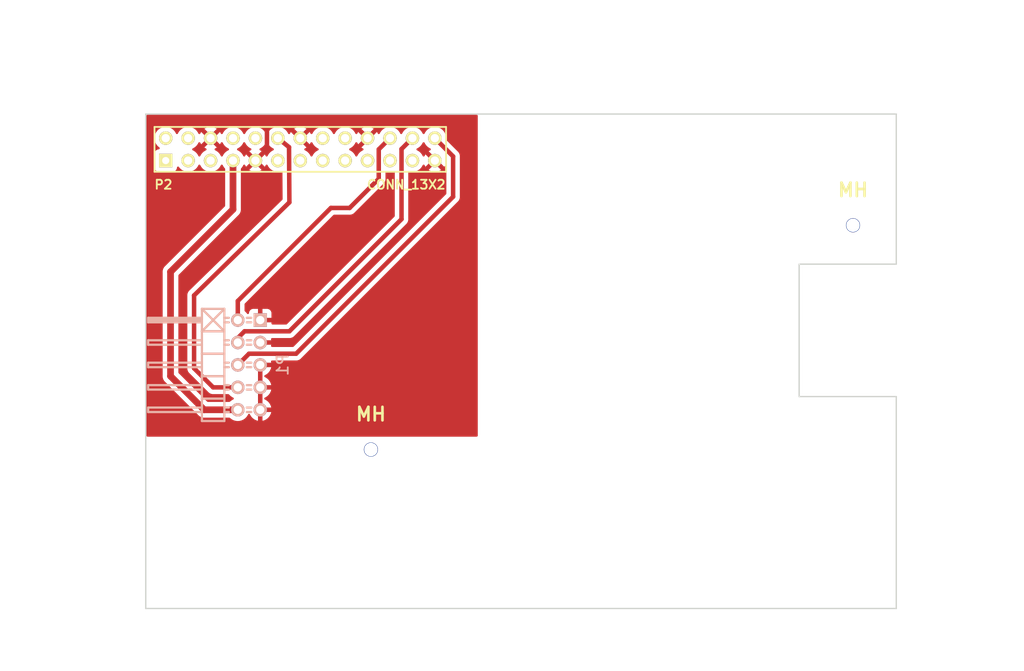
<source format=kicad_pcb>
(kicad_pcb (version 20221018) (generator pcbnew)
  (title_block (date "15 nov 2012"))
  (layers (0 "F.Cu" signal) (31 "B.Cu" signal) (34 "B.Paste" user) (35 "F.Paste" user) (36 "B.SilkS" user) (37 "F.SilkS" user) (38 "B.Mask" user) (39 "F.Mask" user) (44 "Edge.Cuts" user))
  (net 0 "")
  (net 1 "GND")
  (net 2 "/DO-6")
  (net 3 "/CK-7")
  (net 4 "/CE-8")
  (net 5 "/RQ-9")
  (net 6 "/ANT")
  (net 7 "Net-(P2-Pad1)")
  (net 8 "Net-(P2-Pad2)")
  (net 9 "Net-(P2-Pad3)")
  (net 10 "Net-(P2-Pad4)")
  (net 11 "Net-(P2-Pad5)")
  (net 12 "Net-(P2-Pad8)")
  (net 13 "Net-(P2-Pad10)")
  (net 14 "Net-(P2-Pad11)")
  (net 15 "Net-(P2-Pad13)")
  (net 16 "Net-(P2-Pad15)")
  (net 17 "Net-(P2-Pad16)")
  (net 18 "Net-(P2-Pad17)")
  (net 19 "Net-(P2-Pad18)")
  (net 20 "Net-(P2-Pad19)")
  (net 21 "Net-(P2-Pad21)")
  (net 22 "Net-(P2-Pad23)")
  (footprint "111kicad-jerry:pin_array_13x2" (layer "F.Cu") (at 161 129)
    (fp_text reference "P2" (at -15.5 4) (layer "F.SilkS") (effects (font (size 1.016 1.016) (thickness 0.2032))))
    (fp_text value "CONN_13X2" (at 12 4) (layer "F.SilkS") (effects (font (size 1.016 1.016) (thickness 0.2032))))
    (fp_line (start -16.51 -2.54) (end -16.51 2.54) (stroke (width 0.2032)) (layer "F.SilkS"))
    (fp_line (start -16.51 2.54) (end 16.51 2.54) (stroke (width 0.2032)) (layer "F.SilkS"))
    (fp_line (start 16.51 -2.54) (end -16.51 -2.54) (stroke (width 0.2032)) (layer "F.SilkS"))
    (fp_line (start 16.51 2.54) (end 16.51 -2.54) (stroke (width 0.2032)) (layer "F.SilkS"))
    (pad "1" thru_hole rect (at -15.24 1.27) (size 1.524 1.524) (drill 0.8128) (layers "*.Cu" "*.Mask" "F.SilkS") (net 7 "Net-(P2-Pad1)"))
    (pad "2" thru_hole circle (at -15.24 -1.27) (size 1.524 1.524) (drill 0.9398) (layers "*.Cu" "*.Mask" "F.SilkS") (net 8 "Net-(P2-Pad2)"))
    (pad "3" thru_hole circle (at -12.7 1.27) (size 1.524 1.524) (drill 0.9398) (layers "*.Cu" "*.Mask" "F.SilkS") (net 9 "Net-(P2-Pad3)"))
    (pad "4" thru_hole circle (at -12.7 -1.27) (size 1.524 1.524) (drill 0.9398) (layers "*.Cu" "*.Mask" "F.SilkS") (net 10 "Net-(P2-Pad4)"))
    (pad "5" thru_hole circle (at -10.16 1.27) (size 1.524 1.524) (drill 0.9398) (layers "*.Cu" "*.Mask" "F.SilkS") (net 11 "Net-(P2-Pad5)"))
    (pad "6" thru_hole circle (at -10.16 -1.27) (size 1.524 1.524) (drill 0.9398) (layers "*.Cu" "*.Mask" "F.SilkS") (net 1 "GND"))
    (pad "7" thru_hole circle (at -7.62 1.27) (size 1.524 1.524) (drill 0.9398) (layers "*.Cu" "*.Mask" "F.SilkS") (net 6 "/ANT"))
    (pad "8" thru_hole circle (at -7.62 -1.27) (size 1.524 1.524) (drill 0.9398) (layers "*.Cu" "*.Mask" "F.SilkS") (net 12 "Net-(P2-Pad8)"))
    (pad "9" thru_hole circle (at -5.08 1.27) (size 1.524 1.524) (drill 0.9398) (layers "*.Cu" "*.Mask" "F.SilkS") (net 1 "GND"))
    (pad "10" thru_hole circle (at -5.08 -1.27) (size 1.524 1.524) (drill 0.9398) (layers "*.Cu" "*.Mask" "F.SilkS") (net 13 "Net-(P2-Pad10)"))
    (pad "11" thru_hole circle (at -2.54 1.27) (size 1.524 1.524) (drill 0.9398) (layers "*.Cu" "*.Mask" "F.SilkS") (net 14 "Net-(P2-Pad11)"))
    (pad "12" thru_hole circle (at -2.54 -1.27) (size 1.524 1.524) (drill 0.9398) (layers "*.Cu" "*.Mask" "F.SilkS") (net 5 "/RQ-9"))
    (pad "13" thru_hole circle (at 0 1.27) (size 1.524 1.524) (drill 0.9398) (layers "*.Cu" "*.Mask" "F.SilkS") (net 15 "Net-(P2-Pad13)"))
    (pad "14" thru_hole circle (at 0 -1.27) (size 1.524 1.524) (drill 0.9398) (layers "*.Cu" "*.Mask" "F.SilkS") (net 1 "GND"))
    (pad "15" thru_hole circle (at 2.54 1.27) (size 1.524 1.524) (drill 0.9398) (layers "*.Cu" "*.Mask" "F.SilkS") (net 16 "Net-(P2-Pad15)"))
    (pad "16" thru_hole circle (at 2.54 -1.27) (size 1.524 1.524) (drill 0.9398) (layers "*.Cu" "*.Mask" "F.SilkS") (net 17 "Net-(P2-Pad16)"))
    (pad "17" thru_hole circle (at 5.08 1.27) (size 1.524 1.524) (drill 0.9398) (layers "*.Cu" "*.Mask" "F.SilkS") (net 18 "Net-(P2-Pad17)"))
    (pad "18" thru_hole circle (at 5.08 -1.27) (size 1.524 1.524) (drill 0.9398) (layers "*.Cu" "*.Mask" "F.SilkS") (net 19 "Net-(P2-Pad18)"))
    (pad "19" thru_hole circle (at 7.62 1.27) (size 1.524 1.524) (drill 0.9398) (layers "*.Cu" "*.Mask" "F.SilkS") (net 20 "Net-(P2-Pad19)"))
    (pad "20" thru_hole circle (at 7.62 -1.27) (size 1.524 1.524) (drill 0.9398) (layers "*.Cu" "*.Mask" "F.SilkS") (net 1 "GND"))
    (pad "21" thru_hole circle (at 10.16 1.27) (size 1.524 1.524) (drill 0.9398) (layers "*.Cu" "*.Mask" "F.SilkS") (net 21 "Net-(P2-Pad21)"))
    (pad "22" thru_hole circle (at 10.16 -1.27) (size 1.524 1.524) (drill 0.9398) (layers "*.Cu" "*.Mask" "F.SilkS") (net 2 "/DO-6"))
    (pad "23" thru_hole circle (at 12.7 1.27) (size 1.524 1.524) (drill 0.9398) (layers "*.Cu" "*.Mask" "F.SilkS") (net 22 "Net-(P2-Pad23)"))
    (pad "24" thru_hole circle (at 12.7 -1.27) (size 1.524 1.524) (drill 0.9398) (layers "*.Cu" "*.Mask" "F.SilkS") (net 3 "/CK-7"))
    (pad "25" thru_hole circle (at 15.24 1.27) (size 1.524 1.524) (drill 0.9398) (layers "*.Cu" "*.Mask" "F.SilkS") (net 1 "GND"))
    (pad "26" thru_hole circle (at 15.24 -1.27) (size 1.524 1.524) (drill 0.9398) (layers "*.Cu" "*.Mask" "F.SilkS") (net 4 "/CE-8"))
  )
  (footprint "111kicad-jerry:MountingHole_3mm" (layer "F.Cu") (at 223.6 137.6)
    (fp_text reference "MH" (at 0 -4.0005) (layer "F.SilkS") (effects (font (size 1.524 1.524) (thickness 0.3048))))
    (fp_text value "MountingHole_3mm_jakefixed" hide)
    (pad "1" thru_hole circle (at 0 0) (size 1.6 1.6) (drill 1.5) (layers "*.Cu"))
  )
  (footprint "111kicad-jerry:MountingHole_3mm" (layer "F.Cu") (at 169 163)
    (fp_text reference "MH" (at 0 -4.0005) (layer "F.SilkS") (effects (font (size 1.524 1.524) (thickness 0.3048))))
    (fp_text value "MountingHole_3mm_jakefixed" hide)
    (pad "1" thru_hole circle (at 0 0) (size 1.6 1.6) (drill 1.5) (layers "*.Cu"))
  )
  (footprint "111kicad-jerry:Pin_Header_Angled_2x05" (layer "B.Cu") (at 155.194 153.416 -90)
    (fp_text reference "P1" (at 0 -3.81 270) (layer "B.SilkS") (effects (font (size 1.27 1.27) (thickness 0.2032)) (justify mirror)))
    (fp_text value "CONN_5X2" hide)
    (fp_line (start -6.35 2.794) (end -6.35 5.334) (stroke (width 0.254)) (layer "B.SilkS"))
    (fp_line (start -6.35 2.794) (end -3.81 2.794) (stroke (width 0.254)) (layer "B.SilkS"))
    (fp_line (start -6.35 2.794) (end -3.81 5.334) (stroke (width 0.254)) (layer "B.SilkS"))
    (fp_line (start -6.35 5.334) (end -3.81 2.794) (stroke (width 0.254)) (layer "B.SilkS"))
    (fp_line (start -5.334 0.254) (end -5.334 -0.254) (stroke (width 0.254)) (layer "B.SilkS"))
    (fp_line (start -5.334 2.794) (end -5.334 2.286) (stroke (width 0.254)) (layer "B.SilkS"))
    (fp_line (start -5.334 5.334) (end -5.334 11.43) (stroke (width 0.254)) (layer "B.SilkS"))
    (fp_line (start -5.334 11.43) (end -4.826 11.43) (stroke (width 0.254)) (layer "B.SilkS"))
    (fp_line (start -5.207 5.334) (end -5.207 11.303) (stroke (width 0.254)) (layer "B.SilkS"))
    (fp_line (start -5.207 11.303) (end -4.953 11.303) (stroke (width 0.254)) (layer "B.SilkS"))
    (fp_line (start -5.08 5.461) (end -5.08 11.303) (stroke (width 0.254)) (layer "B.SilkS"))
    (fp_line (start -4.953 5.461) (end -5.08 5.461) (stroke (width 0.254)) (layer "B.SilkS"))
    (fp_line (start -4.953 11.303) (end -4.953 5.461) (stroke (width 0.254)) (layer "B.SilkS"))
    (fp_line (start -4.826 0.254) (end -4.826 -0.254) (stroke (width 0.254)) (layer "B.SilkS"))
    (fp_line (start -4.826 2.794) (end -4.826 2.286) (stroke (width 0.254)) (layer "B.SilkS"))
    (fp_line (start -4.826 11.43) (end -4.826 5.334) (stroke (width 0.254)) (layer "B.SilkS"))
    (fp_line (start -3.81 2.794) (end -3.81 5.334) (stroke (width 0.254)) (layer "B.SilkS"))
    (fp_line (start -3.81 2.794) (end -3.81 5.334) (stroke (width 0.254)) (layer "B.SilkS"))
    (fp_line (start -3.81 2.794) (end -1.27 2.794) (stroke (width 0.254)) (layer "B.SilkS"))
    (fp_line (start -3.81 5.334) (end -6.35 5.334) (stroke (width 0.254)) (layer "B.SilkS"))
    (fp_line (start -2.794 0.254) (end -2.794 -0.254) (stroke (width 0.254)) (layer "B.SilkS"))
    (fp_line (start -2.794 2.794) (end -2.794 2.286) (stroke (width 0.254)) (layer "B.SilkS"))
    (fp_line (start -2.794 5.334) (end -2.794 11.43) (stroke (width 0.254)) (layer "B.SilkS"))
    (fp_line (start -2.794 11.43) (end -2.286 11.43) (stroke (width 0.254)) (layer "B.SilkS"))
    (fp_line (start -2.286 0.254) (end -2.286 -0.254) (stroke (width 0.254)) (layer "B.SilkS"))
    (fp_line (start -2.286 2.794) (end -2.286 2.286) (stroke (width 0.254)) (layer "B.SilkS"))
    (fp_line (start -2.286 11.43) (end -2.286 5.334) (stroke (width 0.254)) (layer "B.SilkS"))
    (fp_line (start -1.27 2.794) (end -1.27 5.334) (stroke (width 0.254)) (layer "B.SilkS"))
    (fp_line (start -1.27 2.794) (end -1.27 5.334) (stroke (width 0.254)) (layer "B.SilkS"))
    (fp_line (start -1.27 2.794) (end 1.27 2.794) (stroke (width 0.254)) (layer "B.SilkS"))
    (fp_line (start -1.27 5.334) (end -3.81 5.334) (stroke (width 0.254)) (layer "B.SilkS"))
    (fp_line (start -0.254 0.254) (end -0.254 -0.254) (stroke (width 0.254)) (layer "B.SilkS"))
    (fp_line (start -0.254 2.794) (end -0.254 2.286) (stroke (width 0.254)) (layer "B.SilkS"))
    (fp_line (start -0.254 5.334) (end -0.254 11.43) (stroke (width 0.254)) (layer "B.SilkS"))
    (fp_line (start -0.254 11.43) (end 0.254 11.43) (stroke (width 0.254)) (layer "B.SilkS"))
    (fp_line (start 0.254 0.254) (end 0.254 -0.254) (stroke (width 0.254)) (layer "B.SilkS"))
    (fp_line (start 0.254 2.794) (end 0.254 2.286) (stroke (width 0.254)) (layer "B.SilkS"))
    (fp_line (start 0.254 11.43) (end 0.254 5.334) (stroke (width 0.254)) (layer "B.SilkS"))
    (fp_line (start 1.27 2.794) (end 1.27 5.334) (stroke (width 0.254)) (layer "B.SilkS"))
    (fp_line (start 1.27 2.794) (end 1.27 5.334) (stroke (width 0.254)) (layer "B.SilkS"))
    (fp_line (start 1.27 2.794) (end 3.81 2.794) (stroke (width 0.254)) (layer "B.SilkS"))
    (fp_line (start 1.27 5.334) (end -1.27 5.334) (stroke (width 0.254)) (layer "B.SilkS"))
    (fp_line (start 2.286 0.254) (end 2.286 -0.254) (stroke (width 0.254)) (layer "B.SilkS"))
    (fp_line (start 2.286 2.794) (end 2.286 2.286) (stroke (width 0.254)) (layer "B.SilkS"))
    (fp_line (start 2.286 5.334) (end 2.286 11.43) (stroke (width 0.254)) (layer "B.SilkS"))
    (fp_line (start 2.286 11.43) (end 2.794 11.43) (stroke (width 0.254)) (layer "B.SilkS"))
    (fp_line (start 2.794 0.254) (end 2.794 -0.254) (stroke (width 0.254)) (layer "B.SilkS"))
    (fp_line (start 2.794 2.794) (end 2.794 2.286) (stroke (width 0.254)) (layer "B.SilkS"))
    (fp_line (start 2.794 11.43) (end 2.794 5.334) (stroke (width 0.254)) (layer "B.SilkS"))
    (fp_line (start 3.81 2.794) (end 3.81 5.334) (stroke (width 0.254)) (layer "B.SilkS"))
    (fp_line (start 3.81 2.794) (end 3.81 5.334) (stroke (width 0.254)) (layer "B.SilkS"))
    (fp_line (start 3.81 2.794) (end 6.35 2.794) (stroke (width 0.254)) (layer "B.SilkS"))
    (fp_line (start 3.81 5.334) (end 1.27 5.334) (stroke (width 0.254)) (layer "B.SilkS"))
    (fp_line (start 4.826 0.254) (end 4.826 -0.254) (stroke (width 0.254)) (layer "B.SilkS"))
    (fp_line (start 4.826 2.794) (end 4.826 2.286) (stroke (width 0.254)) (layer "B.SilkS"))
    (fp_line (start 4.826 5.334) (end 4.826 11.43) (stroke (width 0.254)) (layer "B.SilkS"))
    (fp_line (start 4.826 11.43) (end 5.334 11.43) (stroke (width 0.254)) (layer "B.SilkS"))
    (fp_line (start 5.334 0.254) (end 5.334 -0.254) (stroke (width 0.254)) (layer "B.SilkS"))
    (fp_line (start 5.334 2.794) (end 5.334 2.286) (stroke (width 0.254)) (layer "B.SilkS"))
    (fp_line (start 5.334 11.43) (end 5.334 5.334) (stroke (width 0.254)) (layer "B.SilkS"))
    (fp_line (start 6.35 2.794) (end 6.35 5.334) (stroke (width 0.254)) (layer "B.SilkS"))
    (fp_line (start 6.35 5.334) (end 3.81 5.334) (stroke (width 0.254)) (layer "B.SilkS"))
    (pad "1" thru_hole rect (at -5.08 -1.27 270) (size 1.524 1.524) (drill 0.9398) (layers "*.Cu" "*.Mask" "B.SilkS") (net 1 "GND"))
    (pad "2" thru_hole oval (at -5.08 1.27 270) (size 1.524 1.524) (drill 0.9398) (layers "*.Cu" "*.Mask" "B.SilkS") (net 2 "/DO-6"))
    (pad "3" thru_hole oval (at -2.54 -1.27 270) (size 1.524 1.524) (drill 0.9398) (layers "*.Cu" "*.Mask" "B.SilkS") (net 1 "GND"))
    (pad "4" thru_hole oval (at -2.54 1.27 270) (size 1.524 1.524) (drill 0.9398) (layers "*.Cu" "*.Mask" "B.SilkS") (net 3 "/CK-7"))
    (pad "5" thru_hole oval (at 0 -1.27 270) (size 1.524 1.524) (drill 0.9398) (layers "*.Cu" "*.Mask" "B.SilkS") (net 1 "GND"))
    (pad "6" thru_hole oval (at 0 1.27 270) (size 1.524 1.524) (drill 0.9398) (layers "*.Cu" "*.Mask" "B.SilkS") (net 4 "/CE-8"))
    (pad "7" thru_hole oval (at 2.54 -1.27 270) (size 1.524 1.524) (drill 0.9398) (layers "*.Cu" "*.Mask" "B.SilkS") (net 1 "GND"))
    (pad "8" thru_hole oval (at 2.54 1.27 270) (size 1.524 1.524) (drill 0.9398) (layers "*.Cu" "*.Mask" "B.SilkS") (net 5 "/RQ-9"))
    (pad "9" thru_hole oval (at 5.08 -1.27 270) (size 1.524 1.524) (drill 0.9398) (layers "*.Cu" "*.Mask" "B.SilkS") (net 1 "GND"))
    (pad "10" thru_hole oval (at 5.08 1.27 270) (size 1.524 1.524) (drill 0.9398) (layers "*.Cu" "*.Mask" "B.SilkS") (net 6 "/ANT"))
  )
  (gr_line (start 228.5 157) (end 217.5 157) (stroke (width 0.15)) (layer "Edge.Cuts"))
  (gr_line (start 217.5 142) (end 228.5 142) (stroke (width 0.15)) (layer "Edge.Cuts"))
  (gr_line (start 228.5 125) (end 143.5 125) (stroke (width 0.15)) (layer "Edge.Cuts"))
  (gr_line (start 143.5 181) (end 228.5 181) (stroke (width 0.15)) (layer "Edge.Cuts"))
  (gr_line (start 228.5 142) (end 228.5 125) (stroke (width 0.15)) (layer "Edge.Cuts"))
  (gr_line (start 228.5 181) (end 228.5 157) (stroke (width 0.15)) (layer "Edge.Cuts"))
  (gr_line (start 143.5 125) (end 143.5 181) (stroke (width 0.15)) (layer "Edge.Cuts"))
  (gr_line (start 217.5 157) (end 217.5 142) (stroke (width 0.15)) (layer "Edge.Cuts"))
  (segment (start 157.226 128.964) (end 157.226 126.492) (width 0.508) (layer "F.Cu") (net 1))
  (segment (start 157.226 126.492) (end 157.607 126.111) (width 0.508) (layer "F.Cu") (net 1))
  (segment (start 157.607 126.111) (end 159.381 126.111) (width 0.508) (layer "F.Cu") (net 1))
  (segment (start 159.381 126.111) (end 161 127.73) (width 0.508) (layer "F.Cu") (net 1))
  (segment (start 155.92 130.27) (end 157.226 128.964) (width 0.508) (layer "F.Cu") (net 1))
  (segment (start 153.924 146.177) (end 164.465 135.636) (width 0.508) (layer "F.Cu") (net 2))
  (segment (start 164.465 135.636) (end 166.58844 135.636) (width 0.508) (layer "F.Cu") (net 2))
  (segment (start 166.58844 135.636) (end 169.8879 132.33654) (width 0.508) (layer "F.Cu") (net 2))
  (segment (start 169.8879 132.33654) (end 169.8879 129.0021) (width 0.508) (layer "F.Cu") (net 2))
  (segment (start 169.8879 129.0021) (end 171.16 127.73) (width 0.508) (layer "F.Cu") (net 2))
  (segment (start 153.924 148.336) (end 153.924 146.177) (width 0.508) (layer "F.Cu") (net 2))
  (segment (start 153.924 150.368) (end 154.686 149.606) (width 0.508) (layer "F.Cu") (net 3))
  (segment (start 154.686 149.606) (end 159.766 149.606) (width 0.508) (layer "F.Cu") (net 3))
  (segment (start 159.766 149.606) (end 172.466 136.906) (width 0.508) (layer "F.Cu") (net 3))
  (segment (start 172.466 136.906) (end 172.466 128.964) (width 0.508) (layer "F.Cu") (net 3))
  (segment (start 172.466 128.964) (end 173.7 127.73) (width 0.508) (layer "F.Cu") (net 3))
  (segment (start 153.924 150.876) (end 153.924 150.368) (width 0.508) (layer "F.Cu") (net 3))
  (segment (start 155.194 152.146) (end 160.528 152.146) (width 0.508) (layer "F.Cu") (net 4))
  (segment (start 160.528 152.146) (end 178.308 134.366) (width 0.508) (layer "F.Cu") (net 4))
  (segment (start 178.308 134.366) (end 178.308 129.798) (width 0.508) (layer "F.Cu") (net 4))
  (segment (start 178.308 129.798) (end 176.24 127.73) (width 0.508) (layer "F.Cu") (net 4))
  (segment (start 153.924 153.416) (end 155.194 152.146) (width 0.508) (layer "F.Cu") (net 4))
  (segment (start 159.72536 128.75064) (end 159.766 135.001) (width 0.508) (layer "F.Cu") (net 5))
  (segment (start 159.766 135.001) (end 148.971 145.542) (width 0.508) (layer "F.Cu") (net 5))
  (segment (start 148.971 145.542) (end 148.971 153.797) (width 0.508) (layer "F.Cu") (net 5))
  (segment (start 148.971 153.797) (end 151.13 155.956) (width 0.508) (layer "F.Cu") (net 5))
  (segment (start 151.13 155.956) (end 153.924 155.956) (width 0.508) (layer "F.Cu") (net 5))
  (segment (start 158.46 127.73) (end 159.72536 128.75064) (width 0.508) (layer "F.Cu") (net 5))
  (segment (start 153.38 135.799) (end 146.304 142.875) (width 0.762) (layer "F.Cu") (net 6))
  (segment (start 146.304 142.875) (end 146.304 154.686) (width 0.762) (layer "F.Cu") (net 6))
  (segment (start 146.304 154.686) (end 150.114 158.496) (width 0.762) (layer "F.Cu") (net 6))
  (segment (start 150.114 158.496) (end 153.924 158.496) (width 0.762) (layer "F.Cu") (net 6))
  (segment (start 153.38 130.27) (end 153.38 135.799) (width 0.762) (layer "F.Cu") (net 6))
  (zone (net 1) (net_name "GND") (layer "F.Cu") (connect_pads (clearance 0.508)) (min_thickness 0.254) (fill yes (thermal_gap 0.508) (thermal_bridge_width 0.508))
    (polygon (pts (xy 143.51 124.968) (xy 181.102 124.968) (xy 181.102 161.544) (xy 143.51 161.544) (xy 143.51 161.29)))
  )
)
</source>
